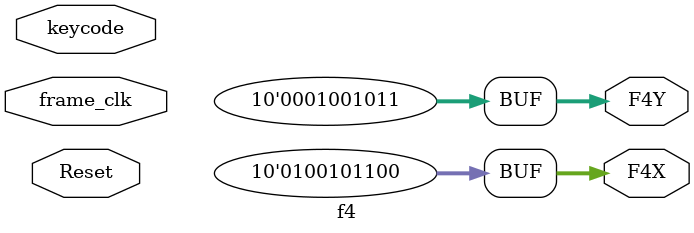
<source format=sv>


module  f4 ( input Reset, frame_clk, input [7:0] keycode,
               output [9:0]  F4X, F4Y);
    
       
    assign F4X = 300;
   
    assign F4Y = 75;
    

endmodule

</source>
